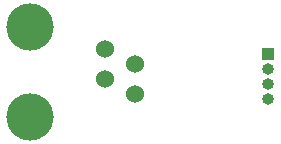
<source format=gbr>
%TF.GenerationSoftware,KiCad,Pcbnew,7.0.10-7.0.10~ubuntu22.04.1*%
%TF.CreationDate,2024-01-24T09:48:51-05:00*%
%TF.ProjectId,imu-rj-adapter,696d752d-726a-42d6-9164-61707465722e,rev?*%
%TF.SameCoordinates,Original*%
%TF.FileFunction,Soldermask,Bot*%
%TF.FilePolarity,Negative*%
%FSLAX46Y46*%
G04 Gerber Fmt 4.6, Leading zero omitted, Abs format (unit mm)*
G04 Created by KiCad (PCBNEW 7.0.10-7.0.10~ubuntu22.04.1) date 2024-01-24 09:48:51*
%MOMM*%
%LPD*%
G01*
G04 APERTURE LIST*
%ADD10R,1.000000X1.000000*%
%ADD11O,1.000000X1.000000*%
%ADD12C,1.524000*%
%ADD13C,4.000000*%
G04 APERTURE END LIST*
D10*
%TO.C,J2*%
X74500000Y-63500000D03*
D11*
X74500000Y-64770000D03*
X74500000Y-66040000D03*
X74500000Y-67310000D03*
%TD*%
D12*
%TO.C,J1*%
X60700000Y-63100000D03*
X63240000Y-64370000D03*
X60700000Y-65640000D03*
X63240000Y-66910000D03*
D13*
X54350000Y-61195000D03*
X54350000Y-68820000D03*
%TD*%
M02*

</source>
